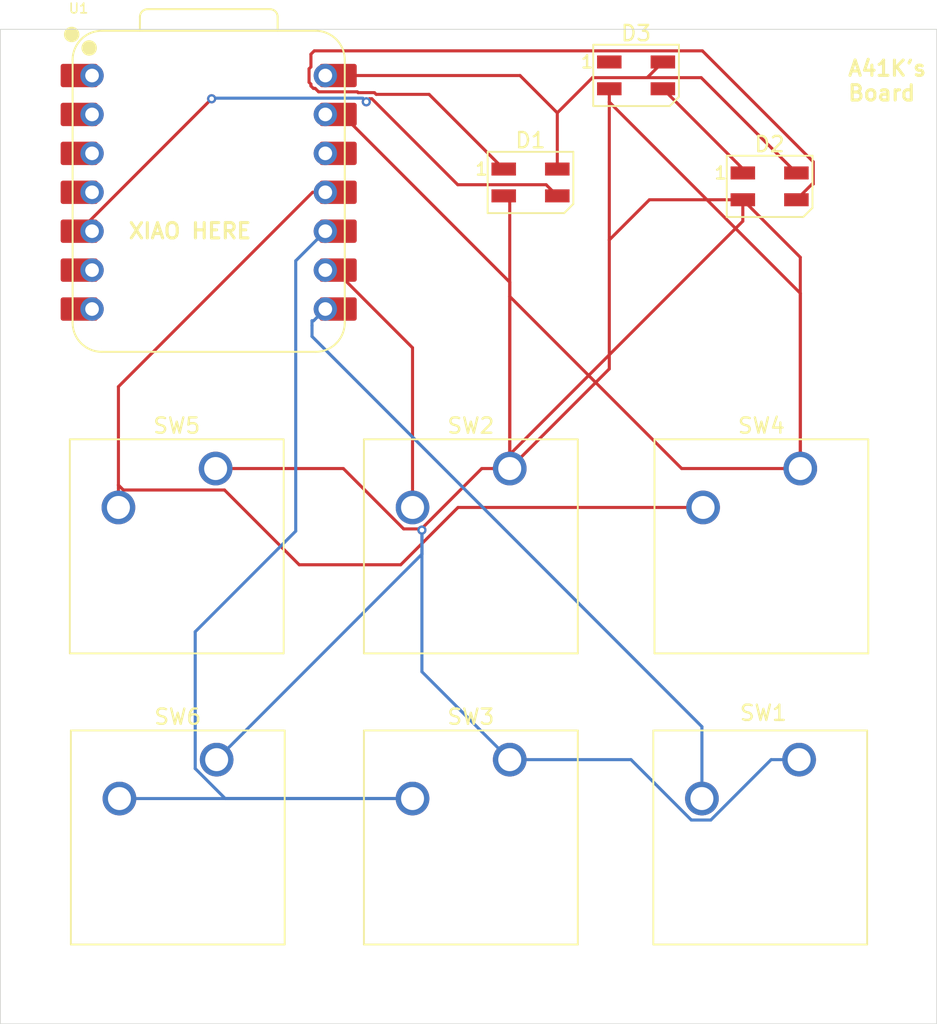
<source format=kicad_pcb>
(kicad_pcb (version 20241229) (generator "pcbnew") (generator_version "9.0")
  (layers (0 "F.Cu" signal) (2 "B.Cu" signal) (13 "F.Paste" user) (15 "B.Paste" user) (5 "F.SilkS" user "F.Silkscreen") (7 "B.SilkS" user "B.Silkscreen") (1 "F.Mask" user) (3 "B.Mask" user) (25 "Edge.Cuts" user))
  (net 0 "")
  (net 1 "Net-(D1-DOUT)")
  (net 2 "+5V")
  (net 3 "GND")
  (net 4 "Net-(D1-DIN)")
  (net 5 "Net-(U1-GPIO1{slash}RX)")
  (net 6 "Net-(U1-GPIO2{slash}SCK)")
  (net 7 "Net-(U1-GPIO4{slash}MISO)")
  (net 8 "Net-(U1-GPIO3{slash}MOSI)")
  (net 16 "Net-(D2-DOUT)")
  (footprint "Button_Switch_Keyboard:SW_Cherry_MX_1.00u_PCB" (layer "F.Cu") (at 47.85 109.92)
    (property "Reference" "SW6" (at -2.54 -2.794 0) (layer "F.SilkS"))
    (property "Value" "SW_Push")
    (fp_line (start -9.525 -1.905) (end 4.445 -1.905) (stroke (width 0.12)) (layer "F.SilkS"))
    (fp_line (start -9.525 12.065) (end -9.525 -1.905) (stroke (width 0.12)) (layer "F.SilkS"))
    (fp_line (start 4.445 -1.905) (end 4.445 12.065) (stroke (width 0.12)) (layer "F.SilkS"))
    (fp_line (start 4.445 12.065) (end -9.525 12.065) (stroke (width 0.12)) (layer "F.SilkS"))
    (pad "" np_thru_hole circle (at -7.62 5.08) (size 1.7 1.7) (drill 1.7) (layers "*.Cu" "*.Mask"))
    (pad "" np_thru_hole circle (at -2.54 5.08) (size 4 4) (drill 4) (layers "*.Cu" "*.Mask"))
    (pad "" np_thru_hole circle (at 2.54 5.08) (size 1.7 1.7) (drill 1.7) (layers "*.Cu" "*.Mask"))
    (pad "1" thru_hole circle (at 0 0) (size 2.2 2.2) (drill 1.5) (layers "*.Cu" "*.Mask") (net 3 "GND"))
    (pad "2" thru_hole circle (at -6.35 2.54) (size 2.2 2.2) (drill 1.5) (layers "*.Cu" "*.Mask") (net 7 "Net-(U1-GPIO4{slash}MISO)"))
  )
  (footprint "Button_Switch_Keyboard:SW_Cherry_MX_1.00u_PCB" (layer "F.Cu") (at 85.979 90.92)
    (property "Reference" "SW4" (at -2.54 -2.794 0) (layer "F.SilkS"))
    (property "Value" "SW_Push")
    (fp_line (start -9.525 -1.905) (end 4.445 -1.905) (stroke (width 0.12)) (layer "F.SilkS"))
    (fp_line (start -9.525 12.065) (end -9.525 -1.905) (stroke (width 0.12)) (layer "F.SilkS"))
    (fp_line (start 4.445 -1.905) (end 4.445 12.065) (stroke (width 0.12)) (layer "F.SilkS"))
    (fp_line (start 4.445 12.065) (end -9.525 12.065) (stroke (width 0.12)) (layer "F.SilkS"))
    (pad "" np_thru_hole circle (at -7.62 5.08) (size 1.7 1.7) (drill 1.7) (layers "*.Cu" "*.Mask"))
    (pad "" np_thru_hole circle (at -2.54 5.08) (size 4 4) (drill 4) (layers "*.Cu" "*.Mask"))
    (pad "" np_thru_hole circle (at 2.54 5.08) (size 1.7 1.7) (drill 1.7) (layers "*.Cu" "*.Mask"))
    (pad "1" thru_hole circle (at 0 0) (size 2.2 2.2) (drill 1.5) (layers "*.Cu" "*.Mask") (net 3 "GND"))
    (pad "2" thru_hole circle (at -6.35 2.54) (size 2.2 2.2) (drill 1.5) (layers "*.Cu" "*.Mask") (net 8 "Net-(U1-GPIO3{slash}MOSI)"))
  )
  (footprint "Button_Switch_Keyboard:SW_Cherry_MX_1.00u_PCB" (layer "F.Cu") (at 66.9978 109.92)
    (property "Reference" "SW3" (at -2.54 -2.794 0) (layer "F.SilkS"))
    (property "Value" "SW_Push")
    (fp_line (start -9.525 -1.905) (end 4.445 -1.905) (stroke (width 0.12)) (layer "F.SilkS"))
    (fp_line (start -9.525 12.065) (end -9.525 -1.905) (stroke (width 0.12)) (layer "F.SilkS"))
    (fp_line (start 4.445 -1.905) (end 4.445 12.065) (stroke (width 0.12)) (layer "F.SilkS"))
    (fp_line (start 4.445 12.065) (end -9.525 12.065) (stroke (width 0.12)) (layer "F.SilkS"))
    (pad "" np_thru_hole circle (at -7.62 5.08) (size 1.7 1.7) (drill 1.7) (layers "*.Cu" "*.Mask"))
    (pad "" np_thru_hole circle (at -2.54 5.08) (size 4 4) (drill 4) (layers "*.Cu" "*.Mask"))
    (pad "" np_thru_hole circle (at 2.54 5.08) (size 1.7 1.7) (drill 1.7) (layers "*.Cu" "*.Mask"))
    (pad "1" thru_hole circle (at 0 0) (size 2.2 2.2) (drill 1.5) (layers "*.Cu" "*.Mask") (net 3 "GND"))
    (pad "2" thru_hole circle (at -6.35 2.54) (size 2.2 2.2) (drill 1.5) (layers "*.Cu" "*.Mask") (net 7 "Net-(U1-GPIO4{slash}MISO)"))
  )
  (footprint "footprints:XIAO-RP2040-DIP" (layer "F.Cu") (at 47.33 72.89)
    (property "Reference" "U1" (at -8.5 -12 0) (layer "F.SilkS") (effects (font (size 0.635 0.635) (thickness 0.1016))))
    (property "Value" "XIAO-RP2040-DIP")
    (fp_line (start -8.89 8.509) (end -8.89 -8.636) (stroke (width 0.127)) (layer "F.SilkS"))
    (fp_line (start -6.985 10.414) (end 6.985 10.414) (stroke (width 0.127)) (layer "F.SilkS"))
    (fp_line (start -4.495 -10.541) (end -4.491272 -11.451272) (stroke (width 0.127)) (layer "F.SilkS"))
    (fp_line (start -3.991272 -11.951) (end 4.004 -11.951) (stroke (width 0.127)) (layer "F.SilkS"))
    (fp_line (start 4.504 -11.451) (end 4.504 -10.541) (stroke (width 0.127)) (layer "F.SilkS"))
    (fp_line (start 6.985 -10.541) (end -6.985 -10.541) (stroke (width 0.1)) (layer "F.SilkS"))
    (fp_line (start 6.985 -10.541) (end -6.985 -10.541) (stroke (width 0.127)) (layer "F.SilkS"))
    (fp_line (start 8.89 8.509) (end 8.89 -8.636) (stroke (width 0.127)) (layer "F.SilkS"))
    (fp_arc (start -8.89 -8.636) (mid -8.332038 -9.983038) (end -6.985 -10.541) (stroke (width 0.127)) (layer "F.SilkS"))
    (fp_arc (start -6.985 10.414) (mid -8.332038 9.856038) (end -8.89 8.509) (stroke (width 0.127)) (layer "F.SilkS"))
    (fp_arc (start -4.491272 -11.451272) (mid -4.344728 -11.80464) (end -3.991272 -11.951) (stroke (width 0.127)) (layer "F.SilkS"))
    (fp_arc (start 4.004 -11.951) (mid 4.357553 -11.804553) (end 4.504 -11.451) (stroke (width 0.127)) (layer "F.SilkS"))
    (fp_arc (start 6.985 -10.541) (mid 8.332038 -9.983038) (end 8.89 -8.636) (stroke (width 0.127)) (layer "F.SilkS"))
    (fp_arc (start 8.89 8.509) (mid 8.332038 9.856038) (end 6.985 10.414) (stroke (width 0.127)) (layer "F.SilkS"))
    (fp_circle (center -8.95 -10.3) (end -8.95 -10.554) (stroke (width 0.5)) (fill yes) (layer "F.SilkS"))
    (fp_circle (center -7.807 -9.42) (end -7.807 -9.674) (stroke (width 0.5)) (fill yes) (layer "F.SilkS"))
    (pad "1" smd roundrect (at -8.455 -7.62 180) (size 2.432 1.524) (layers "F.Cu" "F.Mask") (roundrect_rratio 0.1))
    (pad "1" thru_hole circle (at -7.62 -7.62 180) (size 1.524 1.524) (drill 0.889) (layers "*.Cu" "*.Mask"))
    (pad "2" smd roundrect (at -8.455 -5.08 180) (size 2.432 1.524) (layers "F.Cu" "F.Mask") (roundrect_rratio 0.1))
    (pad "2" thru_hole circle (at -7.62 -5.08 180) (size 1.524 1.524) (drill 0.889) (layers "*.Cu" "*.Mask"))
    (pad "3" smd roundrect (at -8.455 -2.54 180) (size 2.432 1.524) (layers "F.Cu" "F.Mask") (roundrect_rratio 0.1))
    (pad "3" thru_hole circle (at -7.62 -2.54 180) (size 1.524 1.524) (drill 0.889) (layers "*.Cu" "*.Mask"))
    (pad "4" smd roundrect (at -8.455 0 180) (size 2.432 1.524) (layers "F.Cu" "F.Mask") (roundrect_rratio 0.1))
    (pad "4" thru_hole circle (at -7.62 0 180) (size 1.524 1.524) (drill 0.889) (layers "*.Cu" "*.Mask"))
    (pad "5" smd roundrect (at -8.455 2.54 180) (size 2.432 1.524) (layers "F.Cu" "F.Mask") (roundrect_rratio 0.1) (net 4 "Net-(D1-DIN)"))
    (pad "5" thru_hole circle (at -7.62 2.54 180) (size 1.524 1.524) (drill 0.889) (layers "*.Cu" "*.Mask") (net 4 "Net-(D1-DIN)"))
    (pad "6" smd roundrect (at -8.455 5.08 180) (size 2.432 1.524) (layers "F.Cu" "F.Mask") (roundrect_rratio 0.1))
    (pad "6" thru_hole circle (at -7.62 5.08 180) (size 1.524 1.524) (drill 0.889) (layers "*.Cu" "*.Mask"))
    (pad "7" smd roundrect (at -8.455 7.62 180) (size 2.432 1.524) (layers "F.Cu" "F.Mask") (roundrect_rratio 0.1))
    (pad "7" thru_hole circle (at -7.62 7.62 180) (size 1.524 1.524) (drill 0.889) (layers "*.Cu" "*.Mask"))
    (pad "8" thru_hole circle (at 7.62 7.62) (size 1.524 1.524) (drill 0.889) (layers "*.Cu" "*.Mask") (net 5 "Net-(U1-GPIO1{slash}RX)"))
    (pad "8" smd roundrect (at 8.455 7.62) (size 2.432 1.524) (layers "F.Cu" "F.Mask") (roundrect_rratio 0.1) (net 5 "Net-(U1-GPIO1{slash}RX)"))
    (pad "9" thru_hole circle (at 7.62 5.08) (size 1.524 1.524) (drill 0.889) (layers "*.Cu" "*.Mask") (net 6 "Net-(U1-GPIO2{slash}SCK)"))
    (pad "9" smd roundrect (at 8.455 5.08) (size 2.432 1.524) (layers "F.Cu" "F.Mask") (roundrect_rratio 0.1) (net 6 "Net-(U1-GPIO2{slash}SCK)"))
    (pad "10" thru_hole circle (at 7.62 2.54) (size 1.524 1.524) (drill 0.889) (layers "*.Cu" "*.Mask") (net 7 "Net-(U1-GPIO4{slash}MISO)"))
    (pad "10" smd roundrect (at 8.455 2.54) (size 2.432 1.524) (layers "F.Cu" "F.Mask") (roundrect_rratio 0.1) (net 7 "Net-(U1-GPIO4{slash}MISO)"))
    (pad "11" thru_hole circle (at 7.62 0) (size 1.524 1.524) (drill 0.889) (layers "*.Cu" "*.Mask") (net 8 "Net-(U1-GPIO3{slash}MOSI)"))
    (pad "11" smd roundrect (at 8.455 0) (size 2.432 1.524) (layers "F.Cu" "F.Mask") (roundrect_rratio 0.1) (net 8 "Net-(U1-GPIO3{slash}MOSI)"))
    (pad "12" thru_hole circle (at 7.62 -2.54) (size 1.524 1.524) (drill 0.889) (layers "*.Cu" "*.Mask"))
    (pad "12" smd roundrect (at 8.455 -2.54) (size 2.432 1.524) (layers "F.Cu" "F.Mask") (roundrect_rratio 0.1))
    (pad "13" thru_hole circle (at 7.62 -5.08) (size 1.524 1.524) (drill 0.889) (layers "*.Cu" "*.Mask") (net 3 "GND"))
    (pad "13" smd roundrect (at 8.455 -5.08) (size 2.432 1.524) (layers "F.Cu" "F.Mask") (roundrect_rratio 0.1) (net 3 "GND"))
    (pad "14" thru_hole circle (at 7.62 -7.62) (size 1.524 1.524) (drill 0.889) (layers "*.Cu" "*.Mask") (net 2 "+5V"))
    (pad "14" smd roundrect (at 8.455 -7.62) (size 2.432 1.524) (layers "F.Cu" "F.Mask") (roundrect_rratio 0.1) (net 2 "+5V"))
  )
  (footprint "LED_SMD:LED_SK6812MINI_PLCC4_3.5x3.5mm_P1.75mm" (layer "F.Cu") (at 68.354 72.249)
    (property "Reference" "D1" (at 0 -2.75 0) (layer "F.SilkS"))
    (property "Value" "SK6812MINI")
    (fp_line (start -2.8 -2) (end -2.8 2) (stroke (width 0.12)) (layer "F.SilkS"))
    (fp_line (start -2.8 -2) (end 2.8 -2) (stroke (width 0.12)) (layer "F.SilkS"))
    (fp_line (start -2.8 2) (end 2.2 2) (stroke (width 0.12)) (layer "F.SilkS"))
    (fp_line (start 2.8 1.4) (end 2.2 2) (stroke (width 0.12)) (layer "F.SilkS"))
    (fp_line (start 2.8 1.4) (end 2.8 -2) (stroke (width 0.12)) (layer "F.SilkS"))
    (fp_text user "1" (at -3.2 -0.875 0) (layer "F.SilkS") (effects (font (size 0.8 0.8))))
    (pad "1" smd rect (at -1.75 -0.875) (size 1.6 0.85) (layers "F.Cu" "F.Mask" "F.Paste") (net 1 "Net-(D1-DOUT)"))
    (pad "2" smd rect (at -1.75 0.875) (size 1.6 0.85) (layers "F.Cu" "F.Mask" "F.Paste") (net 3 "GND"))
    (pad "3" smd rect (at 1.75 0.875) (size 1.6 0.85) (layers "F.Cu" "F.Mask" "F.Paste") (net 4 "Net-(D1-DIN)"))
    (pad "4" smd rect (at 1.75 -0.875) (size 1.6 0.85) (layers "F.Cu" "F.Mask" "F.Paste") (net 2 "+5V"))
  )
  (footprint "Button_Switch_Keyboard:SW_Cherry_MX_1.00u_PCB" (layer "F.Cu") (at 66.9978 90.92)
    (property "Reference" "SW2" (at -2.54 -2.794 0) (layer "F.SilkS"))
    (property "Value" "SW_Push")
    (fp_line (start -9.525 -1.905) (end 4.445 -1.905) (stroke (width 0.12)) (layer "F.SilkS"))
    (fp_line (start -9.525 12.065) (end -9.525 -1.905) (stroke (width 0.12)) (layer "F.SilkS"))
    (fp_line (start 4.445 -1.905) (end 4.445 12.065) (stroke (width 0.12)) (layer "F.SilkS"))
    (fp_line (start 4.445 12.065) (end -9.525 12.065) (stroke (width 0.12)) (layer "F.SilkS"))
    (pad "" np_thru_hole circle (at -7.62 5.08) (size 1.7 1.7) (drill 1.7) (layers "*.Cu" "*.Mask"))
    (pad "" np_thru_hole circle (at -2.54 5.08) (size 4 4) (drill 4) (layers "*.Cu" "*.Mask"))
    (pad "" np_thru_hole circle (at 2.54 5.08) (size 1.7 1.7) (drill 1.7) (layers "*.Cu" "*.Mask"))
    (pad "1" thru_hole circle (at 0 0) (size 2.2 2.2) (drill 1.5) (layers "*.Cu" "*.Mask") (net 3 "GND"))
    (pad "2" thru_hole circle (at -6.35 2.54) (size 2.2 2.2) (drill 1.5) (layers "*.Cu" "*.Mask") (net 6 "Net-(U1-GPIO2{slash}SCK)"))
  )
  (footprint "LED_SMD:LED_SK6812MINI_PLCC4_3.5x3.5mm_P1.75mm" (layer "F.Cu") (at 83.975 72.503)
    (property "Reference" "D2" (at 0 -2.75 0) (layer "F.SilkS"))
    (property "Value" "SK6812MINI")
    (fp_line (start -2.8 -2) (end -2.8 2) (stroke (width 0.12)) (layer "F.SilkS"))
    (fp_line (start -2.8 -2) (end 2.8 -2) (stroke (width 0.12)) (layer "F.SilkS"))
    (fp_line (start -2.8 2) (end 2.2 2) (stroke (width 0.12)) (layer "F.SilkS"))
    (fp_line (start 2.8 1.4) (end 2.2 2) (stroke (width 0.12)) (layer "F.SilkS"))
    (fp_line (start 2.8 1.4) (end 2.8 -2) (stroke (width 0.12)) (layer "F.SilkS"))
    (fp_text user "1" (at -3.2 -0.875 0) (layer "F.SilkS") (effects (font (size 0.8 0.8))))
    (pad "1" smd rect (at -1.75 -0.875) (size 1.6 0.85) (layers "F.Cu" "F.Mask" "F.Paste") (net 16 "Net-(D2-DOUT)"))
    (pad "2" smd rect (at -1.75 0.875) (size 1.6 0.85) (layers "F.Cu" "F.Mask" "F.Paste") (net 3 "GND"))
    (pad "3" smd rect (at 1.75 0.875) (size 1.6 0.85) (layers "F.Cu" "F.Mask" "F.Paste") (net 1 "Net-(D1-DOUT)"))
    (pad "4" smd rect (at 1.75 -0.875) (size 1.6 0.85) (layers "F.Cu" "F.Mask" "F.Paste") (net 2 "+5V"))
  )
  (footprint "Button_Switch_Keyboard:SW_Cherry_MX_1.00u_PCB" (layer "F.Cu") (at 85.9028 109.92)
    (property "Reference" "SW1" (at -2.3368 -3.048 0) (layer "F.SilkS"))
    (property "Value" "SW_Push")
    (fp_line (start -9.525 -1.905) (end 4.445 -1.905) (stroke (width 0.12)) (layer "F.SilkS"))
    (fp_line (start -9.525 12.065) (end -9.525 -1.905) (stroke (width 0.12)) (layer "F.SilkS"))
    (fp_line (start 4.445 -1.905) (end 4.445 12.065) (stroke (width 0.12)) (layer "F.SilkS"))
    (fp_line (start 4.445 12.065) (end -9.525 12.065) (stroke (width 0.12)) (layer "F.SilkS"))
    (pad "" np_thru_hole circle (at -7.62 5.08) (size 1.7 1.7) (drill 1.7) (layers "*.Cu" "*.Mask"))
    (pad "" np_thru_hole circle (at -2.54 5.08) (size 4 4) (drill 4) (layers "*.Cu" "*.Mask"))
    (pad "" np_thru_hole circle (at 2.54 5.08) (size 1.7 1.7) (drill 1.7) (layers "*.Cu" "*.Mask"))
    (pad "1" thru_hole circle (at 0 0) (size 2.2 2.2) (drill 1.5) (layers "*.Cu" "*.Mask") (net 3 "GND"))
    (pad "2" thru_hole circle (at -6.35 2.54) (size 2.2 2.2) (drill 1.5) (layers "*.Cu" "*.Mask") (net 5 "Net-(U1-GPIO1{slash}RX)"))
  )
  (footprint "Button_Switch_Keyboard:SW_Cherry_MX_1.00u_PCB" (layer "F.Cu") (at 47.78375 90.92)
    (property "Reference" "SW5" (at -2.54 -2.794 0) (layer "F.SilkS"))
    (property "Value" "SW_Push")
    (fp_line (start -9.525 -1.905) (end 4.445 -1.905) (stroke (width 0.12)) (layer "F.SilkS"))
    (fp_line (start -9.525 12.065) (end -9.525 -1.905) (stroke (width 0.12)) (layer "F.SilkS"))
    (fp_line (start 4.445 -1.905) (end 4.445 12.065) (stroke (width 0.12)) (layer "F.SilkS"))
    (fp_line (start 4.445 12.065) (end -9.525 12.065) (stroke (width 0.12)) (layer "F.SilkS"))
    (pad "" np_thru_hole circle (at -7.62 5.08) (size 1.7 1.7) (drill 1.7) (layers "*.Cu" "*.Mask"))
    (pad "" np_thru_hole circle (at -2.54 5.08) (size 4 4) (drill 4) (layers "*.Cu" "*.Mask"))
    (pad "" np_thru_hole circle (at 2.54 5.08) (size 1.7 1.7) (drill 1.7) (layers "*.Cu" "*.Mask"))
    (pad "1" thru_hole circle (at 0 0) (size 2.2 2.2) (drill 1.5) (layers "*.Cu" "*.Mask") (net 3 "GND"))
    (pad "2" thru_hole circle (at -6.35 2.54) (size 2.2 2.2) (drill 1.5) (layers "*.Cu" "*.Mask") (net 8 "Net-(U1-GPIO3{slash}MOSI)"))
  )
  (footprint "LED_SMD:LED_SK6812MINI_PLCC4_3.5x3.5mm_P1.75mm" (layer "F.Cu") (at 75.25125 65.26025)
    (property "Reference" "D3" (at 0 -2.75 0) (layer "F.SilkS"))
    (property "Value" "SK6812MINI")
    (fp_line (start -2.8 -2) (end -2.8 2) (stroke (width 0.12)) (layer "F.SilkS"))
    (fp_line (start -2.8 -2) (end 2.8 -2) (stroke (width 0.12)) (layer "F.SilkS"))
    (fp_line (start -2.8 2) (end 2.2 2) (stroke (width 0.12)) (layer "F.SilkS"))
    (fp_line (start 2.8 1.4) (end 2.2 2) (stroke (width 0.12)) (layer "F.SilkS"))
    (fp_line (start 2.8 1.4) (end 2.8 -2) (stroke (width 0.12)) (layer "F.SilkS"))
    (fp_text user "1" (at -3.2 -0.875 0) (layer "F.SilkS") (effects (font (size 0.8 0.8))))
    (pad "1" smd rect (at -1.75 -0.875) (size 1.6 0.85) (layers "F.Cu" "F.Mask" "F.Paste"))
    (pad "2" smd rect (at -1.75 0.875) (size 1.6 0.85) (layers "F.Cu" "F.Mask" "F.Paste") (net 3 "GND"))
    (pad "3" smd rect (at 1.75 0.875) (size 1.6 0.85) (layers "F.Cu" "F.Mask" "F.Paste") (net 16 "Net-(D2-DOUT)"))
    (pad "4" smd rect (at 1.75 -0.875) (size 1.6 0.85) (layers "F.Cu" "F.Mask" "F.Paste") (net 2 "+5V"))
  )
  (gr_rect (start 33.7215 62.255) (end 94.89375 127.15875) (stroke (width 0.05)) (fill no) (layer "Edge.Cuts"))
  (gr_text "A41K's\nBoard" (at 89 67 0) (layer "F.SilkS") (effects (font (size 1 1) (thickness 0.2) (bold yes)) (justify left bottom)))
  (gr_text "XIAO HERE" (at 42 76 0) (layer "F.SilkS") (effects (font (size 1 1) (thickness 0.2) (bold yes)) (justify left bottom)))
  (segment (start 86.826 70.902) (end 86.826 72.354) (width 0.2) (layer "F.Cu") (net 1))
  (segment (start 86.749 72.354) (end 85.725 73.378) (width 0.2) (layer "F.Cu") (net 1))
  (segment (start 79.58325 63.65925) (end 86.826 70.902) (width 0.2) (layer "F.Cu") (net 1))
  (segment (start 54.28669 66.11) (end 54.17 66.11) (width 0.2) (layer "F.Cu") (net 1))
  (segment (start 54.01 65.95) (end 54.01 65.83331) (width 0.2) (layer "F.Cu") (net 1))
  (segment (start 54.01 65.83331) (end 53.887 65.71031) (width 0.2) (layer "F.Cu") (net 1))
  (segment (start 54.50969 66.333) (end 54.28669 66.11) (width 0.2) (layer "F.Cu") (net 1))
  (segment (start 54.01 63.87669) (end 54.22744 63.65925) (width 0.2) (layer "F.Cu") (net 1))
  (segment (start 66.604 71.374) (end 61.73 66.5) (width 0.2) (layer "F.Cu") (net 1))
  (segment (start 53.887 64.82969) (end 54.01 64.70669) (width 0.2) (layer "F.Cu") (net 1))
  (segment (start 57.093626 66.386) (end 57.040626 66.333) (width 0.2) (layer "F.Cu") (net 1))
  (segment (start 61.73 66.5) (end 58.2711 66.5) (width 0.2) (layer "F.Cu") (net 1))
  (segment (start 54.17 66.11) (end 54.01 65.95) (width 0.2) (layer "F.Cu") (net 1))
  (segment (start 86.826 72.354) (end 86.749 72.354) (width 0.2) (layer "F.Cu") (net 1))
  (segment (start 58.1571 66.386) (end 57.093626 66.386) (width 0.2) (layer "F.Cu") (net 1))
  (segment (start 54.01 64.70669) (end 54.01 63.87669) (width 0.2) (layer "F.Cu") (net 1))
  (segment (start 58.2711 66.5) (end 58.1571 66.386) (width 0.2) (layer "F.Cu") (net 1))
  (segment (start 54.22744 63.65925) (end 79.58325 63.65925) (width 0.2) (layer "F.Cu") (net 1))
  (segment (start 57.040626 66.333) (end 54.50969 66.333) (width 0.2) (layer "F.Cu") (net 1))
  (segment (start 53.887 65.71031) (end 53.887 64.82969) (width 0.2) (layer "F.Cu") (net 1))
  (segment (start 85.725 71.628) (end 79.50625 65.40925) (width 0.2) (layer "F.Cu") (net 2))
  (segment (start 77.00125 64.38525) (end 75.97725 65.40925) (width 0.2) (layer "F.Cu") (net 2))
  (segment (start 70.104 67.7055) (end 70.104 71.374) (width 0.2) (layer "F.Cu") (net 2))
  (segment (start 75.97725 65.40925) (end 72.40025 65.40925) (width 0.2) (layer "F.Cu") (net 2))
  (segment (start 67.6685 65.27) (end 70.104 67.7055) (width 0.2) (layer "F.Cu") (net 2))
  (segment (start 79.50625 65.40925) (end 75.97725 65.40925) (width 0.2) (layer "F.Cu") (net 2))
  (segment (start 72.40025 65.40925) (end 70.104 67.7055) (width 0.2) (layer "F.Cu") (net 2))
  (segment (start 54.95 65.27) (end 67.6685 65.27) (width 0.2) (layer "F.Cu") (net 2))
  (segment (start 47.78375 90.92) (end 56.126486 90.92) (width 0.2) (layer "F.Cu") (net 3))
  (segment (start 66.9978 90.92) (end 66.9978 79.69017) (width 0.2) (layer "F.Cu") (net 3))
  (segment (start 65.169114 90.92) (end 66.9978 90.92) (width 0.2) (layer "F.Cu") (net 3))
  (segment (start 61.228114 94.861) (end 65.169114 90.92) (width 0.2) (layer "F.Cu") (net 3))
  (segment (start 78.22763 90.92) (end 66.9978 79.69017) (width 0.2) (layer "F.Cu") (net 3))
  (segment (start 82.225 73.378) (end 76.12325 73.378) (width 0.2) (layer "F.Cu") (net 3))
  (segment (start 73.50125 84.41655) (end 73.50125 76) (width 0.2) (layer "F.Cu") (net 3))
  (segment (start 66.9978 90.92) (end 66.9978 90.0022) (width 0.2) (layer "F.Cu") (net 3))
  (segment (start 66.9978 79.69017) (end 66.9978 78.7578) (width 0.2) (layer "F.Cu") (net 3))
  (segment (start 73.50125 76) (end 73.50125 67) (width 0.2) (layer "F.Cu") (net 3))
  (segment (start 82.225 74.775) (end 82.225 73.378) (width 0.2) (layer "F.Cu") (net 3))
  (segment (start 76.12325 73.378) (end 73.50125 76) (width 0.2) (layer "F.Cu") (net 3))
  (segment (start 60.067486 94.861) (end 61.228114 94.861) (width 0.2) (layer "F.Cu") (net 3))
  (segment (start 66.9978 73.5178) (end 66.604 73.124) (width 0.2) (layer "F.Cu") (net 3))
  (segment (start 85.979 90.92) (end 85.979 77.132) (width 0.2) (layer "F.Cu") (net 3))
  (segment (start 66.9978 90.92) (end 66.9978 73.5178) (width 0.2) (layer "F.Cu") (net 3))
  (segment (start 66.9978 90.92) (end 73.50125 84.41655) (width 0.2) (layer "F.Cu") (net 3))
  (segment (start 56.126486 90.92) (end 60.067486 94.861) (width 0.2) (layer "F.Cu") (net 3))
  (segment (start 85.979 77.132) (end 82.225 73.378) (width 0.2) (layer "F.Cu") (net 3))
  (segment (start 66.9978 78.7578) (end 56.09 67.85) (width 0.2) (layer "F.Cu") (net 3))
  (segment (start 85.979 90.92) (end 78.22763 90.92) (width 0.2) (layer "F.Cu") (net 3))
  (segment (start 56.09 67.85) (end 55.15763 67.85) (width 0.2) (layer "F.Cu") (net 3))
  (segment (start 85.979 90.92) (end 85.979 79.47775) (width 0.2) (layer "F.Cu") (net 3))
  (segment (start 85.979 79.47775) (end 73.50125 67) (width 0.2) (layer "F.Cu") (net 3))
  (segment (start 66.9978 90.0022) (end 82.225 74.775) (width 0.2) (layer "F.Cu") (net 3))
  (segment (start 73.50125 67) (end 73.50125 66.13525) (width 0.2) (layer "F.Cu") (net 3))
  (via (at 61.260095 94.93821) (size 0.6) (drill 0.3) (layers "F.Cu" "B.Cu") (net 3))
  (segment (start 80.133114 113.861) (end 78.861 113.861) (width 0.2) (layer "B.Cu") (net 3))
  (segment (start 66.9978 109.92) (end 61.260095 104.182295) (width 0.2) (layer "B.Cu") (net 3))
  (segment (start 74.92 109.92) (end 66.9978 109.92) (width 0.2) (layer "B.Cu") (net 3))
  (segment (start 84.074114 109.92) (end 80.133114 113.861) (width 0.2) (layer "B.Cu") (net 3))
  (segment (start 85.9028 109.92) (end 84.074114 109.92) (width 0.2) (layer "B.Cu") (net 3))
  (segment (start 61.260095 96.509905) (end 61.260095 94.93821) (width 0.2) (layer "B.Cu") (net 3))
  (segment (start 61.260095 104.182295) (end 61.260095 94.93821) (width 0.2) (layer "B.Cu") (net 3))
  (segment (start 47.85 109.92) (end 61.260095 96.509905) (width 0.2) (layer "B.Cu") (net 3))
  (segment (start 78.861 113.861) (end 74.92 109.92) (width 0.2) (layer "B.Cu") (net 3))
  (segment (start 70.104 73.124) (end 69.378 72.398) (width 0.2) (layer "F.Cu") (net 4))
  (segment (start 69.378 72.398) (end 63.602 72.398) (width 0.2) (layer "F.Cu") (net 4))
  (segment (start 47.523 66.787) (end 38.84 75.47) (width 0.2) (layer "F.Cu") (net 4))
  (segment (start 63.602 72.398) (end 57.991 66.787) (width 0.2) (layer "F.Cu") (net 4))
  (segment (start 57.991 66.787) (end 57.824838 66.787) (width 0.2) (layer "F.Cu") (net 4))
  (segment (start 57.824838 66.787) (end 57.625838 66.986) (width 0.2) (layer "F.Cu") (net 4))
  (via (at 57.625838 66.986) (size 0.6) (drill 0.3) (layers "F.Cu" "B.Cu") (net 4))
  (via (at 47.523 66.787) (size 0.6) (drill 0.3) (layers "F.Cu" "B.Cu") (net 4))
  (segment (start 57.386838 66.747) (end 47.563 66.747) (width 0.2) (layer "B.Cu") (net 4))
  (segment (start 47.563 66.747) (end 47.523 66.787) (width 0.2) (layer "B.Cu") (net 4))
  (segment (start 57.625838 66.986) (end 57.386838 66.747) (width 0.2) (layer "B.Cu") (net 4))
  (segment (start 79.5528 107.770184) (end 54.08 82.297384) (width 0.2) (layer "B.Cu") (net 5))
  (segment (start 54.08 81.59) (end 54.08 81.27) (width 0.2) (layer "B.Cu") (net 5))
  (segment (start 79.5528 112.46) (end 79.5528 107.770184) (width 0.2) (layer "B.Cu") (net 5))
  (segment (start 54.19 81.27) (end 54.95 80.51) (width 0.2) (layer "B.Cu") (net 5))
  (segment (start 54.08 82.297384) (end 54.08 81.59) (width 0.2) (layer "B.Cu") (net 5))
  (segment (start 54.08 81.27) (end 54.19 81.27) (width 0.2) (layer "B.Cu") (net 5))
  (segment (start 55.62 78.01) (end 55.15763 78.01) (width 0.2) (layer "F.Cu") (net 6))
  (segment (start 60.6478 83.0378) (end 55.62 78.01) (width 0.2) (layer "F.Cu") (net 6))
  (segment (start 60.6478 93.46) (end 60.6478 83.0378) (width 0.2) (layer "F.Cu") (net 6))
  (segment (start 60.6478 112.46) (end 48.408686 112.46) (width 0.2) (layer "B.Cu") (net 7))
  (segment (start 41.5 112.46) (end 60.6478 112.46) (width 0.2) (layer "B.Cu") (net 7))
  (segment (start 53.017 95.00522) (end 53.017 77.363) (width 0.2) (layer "B.Cu") (net 7))
  (segment (start 46.449 110.500314) (end 46.449 101.57322) (width 0.2) (layer "B.Cu") (net 7))
  (segment (start 46.449 101.57322) (end 53.017 95.00522) (width 0.2) (layer "B.Cu") (net 7))
  (segment (start 48.408686 112.46) (end 46.449 110.500314) (width 0.2) (layer "B.Cu") (net 7))
  (segment (start 53.017 77.363) (end 54.95 75.43) (width 0.2) (layer "B.Cu") (net 7))
  (segment (start 63.61627 93.46) (end 59.87527 97.201) (width 0.2) (layer "F.Cu") (net 8))
  (segment (start 41.43375 85.57625) (end 54.12 72.89) (width 0.2) (layer "F.Cu") (net 8))
  (segment (start 41.75475 92.321) (end 41.43375 92) (width 0.2) (layer "F.Cu") (net 8))
  (segment (start 79.629 93.46) (end 63.61627 93.46) (width 0.2) (layer "F.Cu") (net 8))
  (segment (start 54.12 72.89) (end 54.95 72.89) (width 0.2) (layer "F.Cu") (net 8))
  (segment (start 59.87527 97.201) (end 53.244064 97.201) (width 0.2) (layer "F.Cu") (net 8))
  (segment (start 41.43375 93.46) (end 41.43375 92) (width 0.2) (layer "F.Cu") (net 8))
  (segment (start 53.244064 97.201) (end 48.364064 92.321) (width 0.2) (layer "F.Cu") (net 8))
  (segment (start 41.43375 92) (end 41.43375 85.57625) (width 0.2) (layer "F.Cu") (net 8))
  (segment (start 48.364064 92.321) (end 41.75475 92.321) (width 0.2) (layer "F.Cu") (net 8))
  (segment (start 77.00125 66.13525) (end 82.225 71.359) (width 0.2) (layer "F.Cu") (net 16))
  (segment (start 82.225 71.359) (end 82.225 71.628) (width 0.2) (layer "F.Cu") (net 16))
)
</source>
